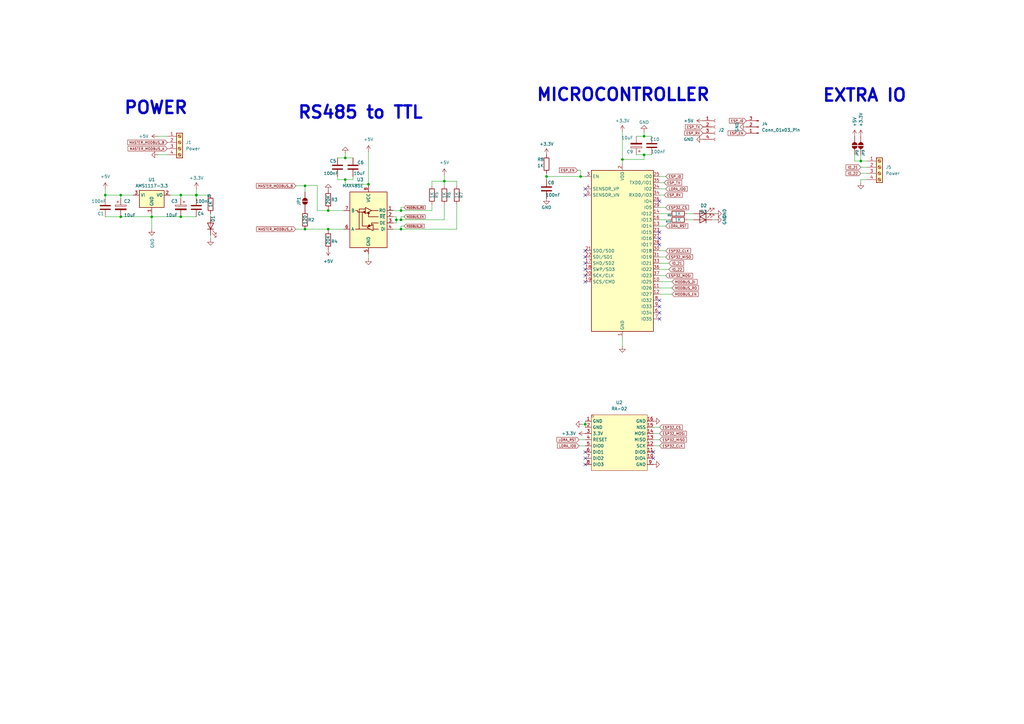
<source format=kicad_sch>
(kicad_sch (version 20231120) (generator "eeschema") (generator_version "8.0")
  (paper "A3")
  (lib_symbols
    (symbol "Connector:Conn_01x03_Pin" (pin_names (offset 1.016) hide)
      (property "Reference" "J" (at 0 5.08 0))
      (property "Value" "Conn_01x03_Pin" (at 0 -5.08 0))
      (symbol "Conn_01x03_Pin_1_1"
        (pin passive line (at 5.08 2.54 180) (length 3.81) (name "Pin_1") (number "1"))
        (pin passive line (at 5.08 0 180) (length 3.81) (name "Pin_2") (number "2"))
        (pin passive line (at 5.08 -2.54 180) (length 3.81) (name "Pin_3") (number "3"))
      )
    )
    (symbol "Connector:Conn_01x04_Socket" (pin_names (offset 1.016) hide)
      (property "Reference" "J" (at 0 5.08 0))
      (property "Value" "Conn_01x04_Socket" (at 0 -7.62 0))
      (symbol "Conn_01x04_Socket_1_1"
        (pin passive line (at -5.08 2.54 0) (length 3.81) (name "Pin_1") (number "1"))
        (pin passive line (at -5.08 0 0) (length 3.81) (name "Pin_2") (number "2"))
        (pin passive line (at -5.08 -2.54 0) (length 3.81) (name "Pin_3") (number "3"))
        (pin passive line (at -5.08 -5.08 0) (length 3.81) (name "Pin_4") (number "4"))
      )
    )
    (symbol "Connector:Screw_Terminal_01x04" (pin_names (offset 1.016) hide)
      (property "Reference" "J" (at 0 5.08 0))
      (property "Value" "Screw_Terminal_01x04" (at 0 -7.62 0))
      (symbol "Screw_Terminal_01x04_1_1"
        (pin passive line (at -5.08 2.54 0) (length 3.81) (name "Pin_1") (number "1"))
        (pin passive line (at -5.08 0 0) (length 3.81) (name "Pin_2") (number "2"))
        (pin passive line (at -5.08 -2.54 0) (length 3.81) (name "Pin_3") (number "3"))
        (pin passive line (at -5.08 -5.08 0) (length 3.81) (name "Pin_4") (number "4"))
      )
    )
    (symbol "Device:C" (pin_numbers hide) (pin_names (offset 0.254))
      (property "Reference" "C" (at 0.635 2.54 0))
      (property "Value" "C" (at 0.635 -2.54 0))
      (symbol "C_1_1"
        (pin passive line (at 0 3.81 270) (length 2.794) (name "~") (number "1"))
        (pin passive line (at 0 -3.81 90) (length 2.794) (name "~") (number "2"))
      )
    )
    (symbol "Device:C_Polarized" (pin_numbers hide) (pin_names (offset 0.254))
      (property "Reference" "C" (at 0.635 2.54 0))
      (property "Value" "C_Polarized" (at 0.635 -2.54 0))
      (symbol "C_Polarized_1_1"
        (pin passive line (at 0 3.81 270) (length 2.794) (name "~") (number "1"))
        (pin passive line (at 0 -3.81 90) (length 2.794) (name "~") (number "2"))
      )
    )
    (symbol "Device:LED" (pin_numbers hide) (pin_names (offset 1.016) hide)
      (property "Reference" "D" (at 0 2.54 0))
      (property "Value" "LED" (at 0 -2.54 0))
      (symbol "LED_1_1"
        (pin passive line (at -3.81 0 0) (length 2.54) (name "K") (number "1"))
        (pin passive line (at 3.81 0 180) (length 2.54) (name "A") (number "2"))
      )
    )
    (symbol "Device:R" (pin_numbers hide) (pin_names (offset 0))
      (property "Reference" "R" (at 2.032 0 90))
      (property "Value" "R" (at 0 0 90))
      (symbol "R_1_1"
        (pin passive line (at 0 3.81 270) (length 1.27) (name "~") (number "1"))
        (pin passive line (at 0 -3.81 90) (length 1.27) (name "~") (number "2"))
      )
    )
    (symbol "Interface_UART:MAX485E"
      (property "Reference" "U" (at -6.096 11.43 0))
      (property "Value" "MAX485E" (at 0.762 11.43 0))
      (symbol "MAX485E_1_1"
        (pin output line (at -10.16 2.54 0) (length 2.54) (name "RO") (number "1"))
        (pin input line (at -10.16 0 0) (length 2.54) (name "~{RE}") (number "2"))
        (pin input line (at -10.16 -2.54 0) (length 2.54) (name "DE") (number "3"))
        (pin input line (at -10.16 -5.08 0) (length 2.54) (name "DI") (number "4"))
        (pin power_in line (at 0 -15.24 90) (length 2.54) (name "GND") (number "5"))
        (pin bidirectional line (at 10.16 -5.08 180) (length 2.54) (name "A") (number "6"))
        (pin bidirectional line (at 10.16 2.54 180) (length 2.54) (name "B") (number "7"))
        (pin power_in line (at 0 12.7 270) (length 2.54) (name "VCC") (number "8"))
      )
    )
    (symbol "Jumper:SolderJumper_2_Open" (pin_numbers hide) (pin_names (offset 0) hide) (exclude_from_sim yes) (in_bom no)
      (property "Reference" "JP" (at 0 2.032 0))
      (property "Value" "SolderJumper_2_Open" (at 0 -2.54 0))
      (symbol "SolderJumper_2_Open_1_1"
        (pin passive line (at -3.81 0 0) (length 2.54) (name "A") (number "1"))
        (pin passive line (at 3.81 0 180) (length 2.54) (name "B") (number "2"))
      )
    )
    (symbol "RF_Module:ESP32-WROOM-32"
      (property "Reference" "U" (at -12.7 34.29 0))
      (property "Value" "ESP32-WROOM-32" (at 1.27 34.29 0))
      (symbol "ESP32-WROOM-32_1_1"
        (pin power_in line (at 0 -35.56 90) (length 2.54) (name "GND") (number "1"))
        (pin bidirectional line (at 15.24 -12.7 180) (length 2.54) (name "IO25") (number "10"))
        (pin bidirectional line (at 15.24 -15.24 180) (length 2.54) (name "IO26") (number "11"))
        (pin bidirectional line (at 15.24 -17.78 180) (length 2.54) (name "IO27") (number "12"))
        (pin bidirectional line (at 15.24 10.16 180) (length 2.54) (name "IO14") (number "13"))
        (pin bidirectional line (at 15.24 15.24 180) (length 2.54) (name "IO12") (number "14"))
        (pin passive line (at 0 -35.56 90) (length 2.54) hide (name "GND") (number "15"))
        (pin bidirectional line (at 15.24 12.7 180) (length 2.54) (name "IO13") (number "16"))
        (pin bidirectional line (at -15.24 -5.08 0) (length 2.54) (name "SHD/SD2") (number "17"))
        (pin bidirectional line (at -15.24 -7.62 0) (length 2.54) (name "SWP/SD3") (number "18"))
        (pin bidirectional line (at -15.24 -12.7 0) (length 2.54) (name "SCS/CMD") (number "19"))
        (pin power_in line (at 0 35.56 270) (length 2.54) (name "VDD") (number "2"))
        (pin bidirectional line (at -15.24 -10.16 0) (length 2.54) (name "SCK/CLK") (number "20"))
        (pin bidirectional line (at -15.24 0 0) (length 2.54) (name "SDO/SD0") (number "21"))
        (pin bidirectional line (at -15.24 -2.54 0) (length 2.54) (name "SDI/SD1") (number "22"))
        (pin bidirectional line (at 15.24 7.62 180) (length 2.54) (name "IO15") (number "23"))
        (pin bidirectional line (at 15.24 25.4 180) (length 2.54) (name "IO2") (number "24"))
        (pin bidirectional line (at 15.24 30.48 180) (length 2.54) (name "IO0") (number "25"))
        (pin bidirectional line (at 15.24 20.32 180) (length 2.54) (name "IO4") (number "26"))
        (pin bidirectional line (at 15.24 5.08 180) (length 2.54) (name "IO16") (number "27"))
        (pin bidirectional line (at 15.24 2.54 180) (length 2.54) (name "IO17") (number "28"))
        (pin bidirectional line (at 15.24 17.78 180) (length 2.54) (name "IO5") (number "29"))
        (pin input line (at -15.24 30.48 0) (length 2.54) (name "EN") (number "3"))
        (pin bidirectional line (at 15.24 0 180) (length 2.54) (name "IO18") (number "30"))
        (pin bidirectional line (at 15.24 -2.54 180) (length 2.54) (name "IO19") (number "31"))
        (pin no_connect line (at -12.7 -27.94 0) (length 2.54) hide (name "NC") (number "32"))
        (pin bidirectional line (at 15.24 -5.08 180) (length 2.54) (name "IO21") (number "33"))
        (pin bidirectional line (at 15.24 22.86 180) (length 2.54) (name "RXD0/IO3") (number "34"))
        (pin bidirectional line (at 15.24 27.94 180) (length 2.54) (name "TXD0/IO1") (number "35"))
        (pin bidirectional line (at 15.24 -7.62 180) (length 2.54) (name "IO22") (number "36"))
        (pin bidirectional line (at 15.24 -10.16 180) (length 2.54) (name "IO23") (number "37"))
        (pin passive line (at 0 -35.56 90) (length 2.54) hide (name "GND") (number "38"))
        (pin passive line (at 0 -35.56 90) (length 2.54) hide (name "GND") (number "39"))
        (pin input line (at -15.24 25.4 0) (length 2.54) (name "SENSOR_VP") (number "4"))
        (pin input line (at -15.24 22.86 0) (length 2.54) (name "SENSOR_VN") (number "5"))
        (pin input line (at 15.24 -25.4 180) (length 2.54) (name "IO34") (number "6"))
        (pin input line (at 15.24 -27.94 180) (length 2.54) (name "IO35") (number "7"))
        (pin bidirectional line (at 15.24 -20.32 180) (length 2.54) (name "IO32") (number "8"))
        (pin bidirectional line (at 15.24 -22.86 180) (length 2.54) (name "IO33") (number "9"))
      )
    )
    (symbol "Regulator_Linear:AMS1117-3.3"
      (property "Reference" "U" (at -3.81 3.175 0))
      (property "Value" "AMS1117-3.3" (at 0 3.175 0))
      (symbol "AMS1117-3.3_1_1"
        (pin power_in line (at 0 -7.62 90) (length 2.54) (name "GND") (number "1"))
        (pin power_out line (at 7.62 0 180) (length 2.54) (name "VO") (number "2"))
        (pin power_in line (at -7.62 0 0) (length 2.54) (name "VI") (number "3"))
      )
    )
    (symbol "lib:RA-02"
      (property "Reference" "U" (at 0 13.97 0))
      (property "Value" "RA-02" (at 0 -13.97 0))
      (symbol "RA-02_0_1"
        (pin unspecified line (at -13.97 8.89 0) (length 2.54) (name "GND") (number "1"))
        (pin unspecified line (at 13.97 -6.35 180) (length 2.54) (name "DIO4") (number "10"))
        (pin unspecified line (at 13.97 -3.81 180) (length 2.54) (name "DIO5") (number "11"))
        (pin unspecified line (at 13.97 -1.27 180) (length 2.54) (name "SCK") (number "12"))
        (pin unspecified line (at 13.97 1.27 180) (length 2.54) (name "MISO") (number "13"))
        (pin unspecified line (at 13.97 3.81 180) (length 2.54) (name "MOSI") (number "14"))
        (pin unspecified line (at 13.97 6.35 180) (length 2.54) (name "NSS") (number "15"))
        (pin unspecified line (at 13.97 8.89 180) (length 2.54) (name "GND") (number "16"))
        (pin unspecified line (at -13.97 6.35 0) (length 2.54) (name "GND") (number "2"))
        (pin unspecified line (at -13.97 3.81 0) (length 2.54) (name "3.3V") (number "3"))
        (pin unspecified line (at -13.97 1.27 0) (length 2.54) (name "RESET") (number "4"))
        (pin unspecified line (at -13.97 -1.27 0) (length 2.54) (name "DIO0") (number "5"))
        (pin unspecified line (at -13.97 -3.81 0) (length 2.54) (name "DIO1") (number "6"))
        (pin unspecified line (at -13.97 -6.35 0) (length 2.54) (name "DIO2") (number "7"))
        (pin unspecified line (at -13.97 -8.89 0) (length 2.54) (name "DIO3") (number "8"))
        (pin unspecified line (at 13.97 -8.89 180) (length 2.54) (name "GND") (number "9"))
      )
    )
    (symbol "power:+3.3V" (power) (pin_numbers hide) (pin_names (offset 0) hide)
      (property "Value" "+3.3V" (at 0 3.556 0))
      (symbol "+3.3V_1_1"
        (pin power_in line (at 0 0 90) (length 0) (name "~") (number "1"))
      )
    )
    (symbol "power:+5V" (power) (pin_numbers hide) (pin_names (offset 0) hide)
      (property "Value" "+5V" (at 0 3.556 0))
      (symbol "+5V_1_1"
        (pin power_in line (at 0 0 90) (length 0) (name "~") (number "1"))
      )
    )
    (symbol "power:GND" (power) (pin_numbers hide) (pin_names (offset 0) hide)
      (property "Value" "GND" (at 0 -3.81 0))
      (symbol "GND_1_1"
        (pin power_in line (at 0 0 270) (length 0) (name "~") (number "1"))
      )
    )
  )
  (junction (at 353.06 66.04))
  (junction (at 264.16 55.88))
  (junction (at 74.168 80.01))
  (junction (at 240.03 173.99))
  (junction (at 164.465 86.36))
  (junction (at 125.095 93.98))
  (junction (at 80.518 80.01))
  (junction (at 134.62 93.98))
  (junction (at 264.16 63.5))
  (junction (at 62.23 88.9))
  (junction (at 49.53 88.9))
  (junction (at 141.605 73.66))
  (junction (at 141.605 64.77))
  (junction (at 151.13 75.565))
  (junction (at 74.168 88.9))
  (junction (at 164.465 90.17))
  (junction (at 255.27 65.405))
  (junction (at 224.155 72.39))
  (junction (at 164.465 93.98))
  (junction (at 49.53 80.01))
  (junction (at 134.62 86.36))
  (junction (at 238.125 72.39))
  (junction (at 162.56 90.17))
  (junction (at 125.095 76.2306))
  (junction (at 182.245 74.295))
  (junction (at 80.5595 80.01))
  (junction (at 43.18 80.01))
  (no_connect (at 240.03 190.5))
  (no_connect (at 270.51 125.73))
  (no_connect (at 240.03 107.95))
  (no_connect (at 240.03 77.47))
  (no_connect (at 240.03 105.41))
  (no_connect (at 270.51 130.81))
  (no_connect (at 270.51 123.19))
  (no_connect (at 267.97 185.42))
  (no_connect (at 240.03 110.49))
  (no_connect (at 240.03 185.42))
  (no_connect (at 267.97 187.96))
  (no_connect (at 270.51 128.27))
  (no_connect (at 240.03 102.87))
  (no_connect (at 240.03 115.57))
  (no_connect (at 240.03 80.01))
  (no_connect (at 270.51 95.25))
  (no_connect (at 240.03 113.03))
  (no_connect (at 270.51 97.79))
  (no_connect (at 270.51 100.33))
  (no_connect (at 240.03 187.96))
  (no_connect (at 270.51 82.55))
  (wire (pts (xy 165.735 85.09) (xy 164.465 85.09)))
  (wire (pts (xy 164.465 86.36) (xy 161.29 86.36)))
  (wire (pts (xy 255.27 53.975) (xy 255.27 65.405)))
  (wire (pts (xy 80.5595 80.01) (xy 80.518 80.01)))
  (wire (pts (xy 86.36 87.63) (xy 86.36 88.9)))
  (wire (pts (xy 144.78 64.77) (xy 141.605 64.77)))
  (wire (pts (xy 138.43 73.66) (xy 138.43 72.39)))
  (wire (pts (xy 182.245 71.755) (xy 182.245 74.295)))
  (wire (pts (xy 86.36 96.52) (xy 86.36 98.044)))
  (wire (pts (xy 130.1331 76.0354) (xy 130.1331 86.36)))
  (wire (pts (xy 264.16 53.975) (xy 264.16 55.88)))
  (wire (pts (xy 238.125 69.85) (xy 238.125 72.39)))
  (wire (pts (xy 281.94 87.63) (xy 284.48 87.63)))
  (wire (pts (xy 240.03 173.99) (xy 240.03 172.72)))
  (wire (pts (xy 353.06 71.12) (xy 355.6 71.12)))
  (wire (pts (xy 164.465 90.17) (xy 162.56 90.17)))
  (wire (pts (xy 187.325 83.82) (xy 187.325 93.98)))
  (wire (pts (xy 177.165 74.295) (xy 177.165 76.2)))
  (wire (pts (xy 270.51 90.17) (xy 274.32 90.17)))
  (wire (pts (xy 151.13 62.23) (xy 151.13 75.565)))
  (wire (pts (xy 162.56 90.17) (xy 162.56 91.44)))
  (wire (pts (xy 144.78 72.39) (xy 144.78 73.66)))
  (wire (pts (xy 165.735 92.71) (xy 164.465 92.71)))
  (wire (pts (xy 141.605 73.66) (xy 138.43 73.66)))
  (wire (pts (xy 236.855 69.85) (xy 238.125 69.85)))
  (wire (pts (xy 140.97 93.98) (xy 134.62 93.98)))
  (wire (pts (xy 125.095 76.2306) (xy 125.095 78.74)))
  (wire (pts (xy 224.155 71.12) (xy 224.155 72.39)))
  (wire (pts (xy 162.56 88.9) (xy 162.56 90.17)))
  (wire (pts (xy 270.51 92.71) (xy 273.05 92.71)))
  (wire (pts (xy 255.27 65.405) (xy 255.27 67.31)))
  (wire (pts (xy 267.97 175.26) (xy 270.51 175.26)))
  (wire (pts (xy 164.465 93.98) (xy 161.29 93.98)))
  (wire (pts (xy 162.56 91.44) (xy 161.29 91.44)))
  (wire (pts (xy 237.49 182.88) (xy 240.03 182.88)))
  (wire (pts (xy 281.94 90.17) (xy 284.48 90.17)))
  (wire (pts (xy 74.168 80.01) (xy 80.518 80.01)))
  (wire (pts (xy 64.77 63.5) (xy 68.58 63.5)))
  (wire (pts (xy 273.05 72.39) (xy 270.51 72.39)))
  (wire (pts (xy 238.76 173.99) (xy 240.03 173.99)))
  (wire (pts (xy 125.095 93.98) (xy 121.285 93.98)))
  (wire (pts (xy 177.165 86.36) (xy 164.465 86.36)))
  (wire (pts (xy 267.97 177.8) (xy 270.51 177.8)))
  (wire (pts (xy 141.605 75.565) (xy 141.605 73.66)))
  (wire (pts (xy 151.13 75.565) (xy 141.605 75.565)))
  (wire (pts (xy 274.32 107.95) (xy 270.51 107.95)))
  (wire (pts (xy 270.51 102.87) (xy 273.05 102.87)))
  (wire (pts (xy 270.51 113.03) (xy 273.05 113.03)))
  (wire (pts (xy 64.77 55.88) (xy 68.58 55.88)))
  (wire (pts (xy 267.97 180.34) (xy 270.51 180.34)))
  (wire (pts (xy 151.13 75.565) (xy 151.13 76.2)))
  (wire (pts (xy 74.168 88.9) (xy 80.518 88.9)))
  (wire (pts (xy 353.06 63.5) (xy 353.06 66.04)))
  (wire (pts (xy 43.18 77.47) (xy 43.18 80.01)))
  (wire (pts (xy 260.985 55.88) (xy 264.16 55.88)))
  (wire (pts (xy 264.16 65.405) (xy 255.27 65.405)))
  (wire (pts (xy 165.735 88.9) (xy 164.465 88.9)))
  (wire (pts (xy 260.985 63.5) (xy 264.16 63.5)))
  (wire (pts (xy 134.62 93.98) (xy 125.095 93.98)))
  (wire (pts (xy 43.18 80.01) (xy 49.53 80.01)))
  (wire (pts (xy 43.18 88.9) (xy 49.53 88.9)))
  (wire (pts (xy 187.325 93.98) (xy 164.465 93.98)))
  (wire (pts (xy 74.168 88.9) (xy 62.23 88.9)))
  (wire (pts (xy 69.85 80.01) (xy 74.168 80.01)))
  (wire (pts (xy 62.23 87.63) (xy 62.23 88.9)))
  (wire (pts (xy 80.5595 77.4428) (xy 80.5595 80.01)))
  (wire (pts (xy 240.03 173.99) (xy 240.03 175.26)))
  (wire (pts (xy 224.155 72.39) (xy 224.155 73.66)))
  (wire (pts (xy 177.165 83.82) (xy 177.165 86.36)))
  (wire (pts (xy 134.62 86.36) (xy 134.62 85.725)))
  (wire (pts (xy 49.53 80.01) (xy 54.61 80.01)))
  (wire (pts (xy 141.605 62.865) (xy 141.605 64.77)))
  (wire (pts (xy 125.095 76.2306) (xy 125.095 76.0354)))
  (wire (pts (xy 292.1 87.63) (xy 293.37 87.63)))
  (wire (pts (xy 270.51 105.41) (xy 273.05 105.41)))
  (wire (pts (xy 270.51 74.93) (xy 272.415 74.93)))
  (wire (pts (xy 134.62 93.98) (xy 134.62 94.615)))
  (wire (pts (xy 80.518 80.01) (xy 80.518 81.28)))
  (wire (pts (xy 164.465 85.09) (xy 164.465 86.36)))
  (wire (pts (xy 151.13 104.14) (xy 151.13 106.045)))
  (wire (pts (xy 270.51 118.11) (xy 275.59 118.11)))
  (wire (pts (xy 125.095 76.2306) (xy 121.3452 76.2306)))
  (wire (pts (xy 270.51 115.57) (xy 275.59 115.57)))
  (wire (pts (xy 270.51 80.01) (xy 272.415 80.01)))
  (wire (pts (xy 292.1 90.17) (xy 293.37 90.17)))
  (wire (pts (xy 43.18 81.28) (xy 43.18 80.01)))
  (wire (pts (xy 270.51 120.65) (xy 275.59 120.65)))
  (wire (pts (xy 161.29 88.9) (xy 162.56 88.9)))
  (wire (pts (xy 353.06 66.04) (xy 355.6 66.04)))
  (wire (pts (xy 144.78 73.66) (xy 141.605 73.66)))
  (wire (pts (xy 255.27 138.43) (xy 255.27 141.986)))
  (wire (pts (xy 264.16 63.5) (xy 267.335 63.5)))
  (wire (pts (xy 350.52 63.5) (xy 350.52 66.04)))
  (wire (pts (xy 350.52 66.04) (xy 353.06 66.04)))
  (wire (pts (xy 164.465 92.71) (xy 164.465 93.98)))
  (wire (pts (xy 267.97 182.88) (xy 270.51 182.88)))
  (wire (pts (xy 141.605 64.77) (xy 138.43 64.77)))
  (wire (pts (xy 74.168 81.28) (xy 74.168 80.01)))
  (wire (pts (xy 182.245 74.295) (xy 177.165 74.295)))
  (wire (pts (xy 353.06 68.58) (xy 355.6 68.58)))
  (wire (pts (xy 86.36 80.01) (xy 80.5595 80.01)))
  (wire (pts (xy 187.325 74.295) (xy 182.245 74.295)))
  (wire (pts (xy 274.32 110.49) (xy 270.51 110.49)))
  (wire (pts (xy 237.49 180.34) (xy 240.03 180.34)))
  (wire (pts (xy 353.06 73.66) (xy 355.6 73.66)))
  (wire (pts (xy 264.16 55.88) (xy 267.335 55.88)))
  (wire (pts (xy 49.53 80.01) (xy 49.53 81.28)))
  (wire (pts (xy 164.465 88.9) (xy 164.465 90.17)))
  (wire (pts (xy 270.51 87.63) (xy 274.32 87.63)))
  (wire (pts (xy 140.97 86.36) (xy 134.62 86.36)))
  (wire (pts (xy 62.23 88.9) (xy 62.23 93.98)))
  (wire (pts (xy 130.1331 86.36) (xy 134.62 86.36)))
  (wire (pts (xy 125.095 76.0354) (xy 130.1331 76.0354)))
  (wire (pts (xy 270.51 85.09) (xy 273.05 85.09)))
  (wire (pts (xy 353.06 74.93) (xy 353.06 73.66)))
  (wire (pts (xy 264.16 63.5) (xy 264.16 65.405)))
  (wire (pts (xy 182.245 74.295) (xy 182.245 76.2)))
  (wire (pts (xy 238.125 72.39) (xy 240.03 72.39)))
  (wire (pts (xy 182.245 83.82) (xy 182.245 90.17)))
  (wire (pts (xy 270.51 77.47) (xy 273.05 77.47)))
  (wire (pts (xy 182.245 90.17) (xy 164.465 90.17)))
  (wire (pts (xy 224.155 72.39) (xy 238.125 72.39)))
  (wire (pts (xy 49.53 88.9) (xy 62.23 88.9)))
  (wire (pts (xy 187.325 76.2) (xy 187.325 74.295)))
  (text "EXTRA IO" (at 337.058 42.164 0) (effects (font (size 5 5) (thickness 1) (bold yes)) (justify left bottom)))
  (text "POWER" (at 50.546 47.244 0) (effects (font (size 5 5) (thickness 1) (bold yes)) (justify left bottom)))
  (text "MICROCONTROLLER" (at 219.71 41.91 0) (effects (font (size 5 5) (thickness 1) (bold yes)) (justify left bottom)))
  (text "RS485 to TTL" (at 173.863 49.149 0) (effects (font (size 5 5) (thickness 1) (bold yes)) (justify right bottom)))
  (global_label "ESP32_MOSI" (shape input) (at 270.51 177.8 0) (effects (font (size 1 1))) (property "Intersheetrefs" "${INTERSHEET_REFS}" (effects (hide yes))))
  (global_label "ESP32_MOSI" (shape input) (at 273.05 113.03 0) (effects (font (size 1 1))) (property "Intersheetrefs" "${INTERSHEET_REFS}" (effects (hide yes))))
  (global_label "LORA_RST" (shape input) (at 237.49 180.34 180) (effects (font (size 1 1))) (property "Intersheetrefs" "${INTERSHEET_REFS}" (effects (hide yes))))
  (global_label "IO_22" (shape input) (at 353.06 71.12 180) (effects (font (size 1 1))) (property "Intersheetrefs" "${INTERSHEET_REFS}" (effects (hide yes))))
  (global_label "MODBUS_RO" (shape input) (at 165.735 85.09 0) (effects (font (size 0.8 0.8))) (property "Intersheetrefs" "${INTERSHEET_REFS}" (effects (hide yes))))
  (global_label "LORA_IO0" (shape input) (at 237.49 182.88 180) (effects (font (size 1 1))) (property "Intersheetrefs" "${INTERSHEET_REFS}" (effects (hide yes))))
  (global_label "MODBUS_DI" (shape input) (at 165.735 92.71 0) (effects (font (size 0.8 0.8))) (property "Intersheetrefs" "${INTERSHEET_REFS}" (effects (hide yes))))
  (global_label "ESP_TX" (shape input) (at 272.415 74.93 0) (effects (font (size 1 1))) (property "Intersheetrefs" "${INTERSHEET_REFS}" (effects (hide yes))))
  (global_label "IO_21" (shape input) (at 274.32 107.95 0) (effects (font (size 1 1))) (property "Intersheetrefs" "${INTERSHEET_REFS}" (effects (hide yes))))
  (global_label "ESP32_MISO" (shape input) (at 273.05 105.41 0) (effects (font (size 1 1))) (property "Intersheetrefs" "${INTERSHEET_REFS}" (effects (hide yes))))
  (global_label "MASTER_MODBUS_A" (shape input) (at 121.285 93.98 180) (effects (font (size 1 1))) (property "Intersheetrefs" "${INTERSHEET_REFS}" (effects (hide yes))))
  (global_label "ESP32_MISO" (shape input) (at 270.51 180.34 0) (effects (font (size 1 1))) (property "Intersheetrefs" "${INTERSHEET_REFS}" (effects (hide yes))))
  (global_label "ESP_I0" (shape input) (at 306.07 49.53 180) (effects (font (size 1 1))) (property "Intersheetrefs" "${INTERSHEET_REFS}" (effects (hide yes))))
  (global_label "ESP32_CS" (shape input) (at 273.05 85.09 0) (effects (font (size 1 1))) (property "Intersheetrefs" "${INTERSHEET_REFS}" (effects (hide yes))))
  (global_label "MODBUS_DI" (shape input) (at 275.59 115.57 0) (effects (font (size 1 1))) (property "Intersheetrefs" "${INTERSHEET_REFS}" (effects (hide yes))))
  (global_label "ESP_I0" (shape input) (at 273.05 72.39 0) (effects (font (size 1 1))) (property "Intersheetrefs" "${INTERSHEET_REFS}" (effects (hide yes))))
  (global_label "ESP_EN" (shape input) (at 306.07 54.61 180) (effects (font (size 1 1))) (property "Intersheetrefs" "${INTERSHEET_REFS}" (effects (hide yes))))
  (global_label "ESP32_CLK" (shape input) (at 273.05 102.87 0) (effects (font (size 1 1))) (property "Intersheetrefs" "${INTERSHEET_REFS}" (effects (hide yes))))
  (global_label "IO_22" (shape input) (at 274.32 110.49 0) (effects (font (size 1 1))) (property "Intersheetrefs" "${INTERSHEET_REFS}" (effects (hide yes))))
  (global_label "ESP32_CS" (shape input) (at 270.51 175.26 0) (effects (font (size 1 1))) (property "Intersheetrefs" "${INTERSHEET_REFS}" (effects (hide yes))))
  (global_label "MASTER_MODBUS_A" (shape input) (at 68.58 60.96 180) (effects (font (size 1 1))) (property "Intersheetrefs" "${INTERSHEET_REFS}" (effects (hide yes))))
  (global_label "MODBUS_EN" (shape input) (at 275.59 120.65 0) (effects (font (size 1 1))) (property "Intersheetrefs" "${INTERSHEET_REFS}" (effects (hide yes))))
  (global_label "MODBUS_RO" (shape input) (at 275.59 118.11 0) (effects (font (size 1 1))) (property "Intersheetrefs" "${INTERSHEET_REFS}" (effects (hide yes))))
  (global_label "MASTER_MODBUS_B" (shape input) (at 121.3452 76.2306 180) (effects (font (size 1 1))) (property "Intersheetrefs" "${INTERSHEET_REFS}" (effects (hide yes))))
  (global_label "LORA_RST" (shape input) (at 273.05 92.71 0) (effects (font (size 1 1))) (property "Intersheetrefs" "${INTERSHEET_REFS}" (effects (hide yes))))
  (global_label "ESP32_CLK" (shape input) (at 270.51 182.88 0) (effects (font (size 1 1))) (property "Intersheetrefs" "${INTERSHEET_REFS}" (effects (hide yes))))
  (global_label "ESP_TX" (shape input) (at 288.29 52.07 180) (effects (font (size 1 1))) (property "Intersheetrefs" "${INTERSHEET_REFS}" (effects (hide yes))))
  (global_label "IO_21" (shape input) (at 353.06 68.58 180) (effects (font (size 1 1))) (property "Intersheetrefs" "${INTERSHEET_REFS}" (effects (hide yes))))
  (global_label "ESP_EN" (shape input) (at 236.855 69.85 180) (effects (font (size 1 1))) (property "Intersheetrefs" "${INTERSHEET_REFS}" (effects (hide yes))))
  (global_label "ESP_RX" (shape input) (at 288.29 54.61 180) (effects (font (size 1 1))) (property "Intersheetrefs" "${INTERSHEET_REFS}" (effects (hide yes))))
  (global_label "LORA_IO0" (shape input) (at 273.05 77.47 0) (effects (font (size 1 1))) (property "Intersheetrefs" "${INTERSHEET_REFS}" (effects (hide yes))))
  (global_label "MODBUS_EN" (shape input) (at 165.735 88.9 0) (effects (font (size 0.8 0.8))) (property "Intersheetrefs" "${INTERSHEET_REFS}" (effects (hide yes))))
  (global_label "ESP_RX" (shape input) (at 272.415 80.01 0) (effects (font (size 1 1))) (property "Intersheetrefs" "${INTERSHEET_REFS}" (effects (hide yes))))
  (global_label "MASTER_MODBUS_B" (shape input) (at 68.58 58.42 180) (effects (font (size 1 1))) (property "Intersheetrefs" "${INTERSHEET_REFS}" (effects (hide yes))))
  (symbol (lib_id "power:GND") (at 141.605 62.865 0) (mirror x) (unit 1)
    (property "Reference" "#PWR09" (effects (hide yes)))
    (property "Value" "GND" (effects (hide yes)))
    (property "Description" "Power symbol creates a global label with name \"GND\" , ground" (effects (hide yes)))
  )
  (symbol (lib_id "Device:LED") (at 288.29 87.63 180) (unit 1)
    (property "Reference" "D2" (at 287.274 84.328 0) (effects (justify right)))
    (property "Value" "LED" (effects (hide yes)))
    (property "Footprint" "LED_SMD:LED_0805_2012Metric_Pad1.15x1.40mm_HandSolder" (effects (hide yes)))
    (property "LCSC" "C2297" (effects (hide yes)))
    (property "Order  Status" "Ordered" (effects (hide yes)))
    (property "Order Link" "https://shopee.ph/SMD-0805-1206-Led-Set-Kit-5-Colors-X20pcs-100pcs-Red-Green-Blue-Yellow-White-LED-Light-Diode-Free-Shipping!-KIT-i.487295469.12008658147?sp_atk=bddc83f1-a0ad-45bc-9eeb-fab376d6480c&xptdk=bddc83f1-a0ad-45bc-9eeb-fab376d6480c" (effects (hide yes)))
  )
  (symbol (lib_id "Device:R") (at 278.13 87.63 90) (unit 1)
    (property "Reference" "R9" (at 275.336 88.392 90) (effects (font (size 0.762 0.762)) (justify left)))
    (property "Value" "1K" (at 279.4 87.63 90) (effects (justify left)))
    (property "Footprint" "Resistor_SMD:R_0603_1608Metric_Pad0.98x0.95mm_HandSolder" (effects (hide yes)))
    (property "LCSC" "C21190" (effects (hide yes)))
    (property "Order  Status" "Ordered" (effects (hide yes)))
    (property "Order Link" "https://shopee.ph/100pcs-0603-SMD-1-8W-chip-resistor-resistors-0-ohm-~-10M-0R-1K-4.7K-4K7-10K-100K-1-10-100-220-330-ohm-0R-1R-10R-100R-220R-330R-electronic-component-i.1274879578.26101945401?sp_atk=a238357b-041a-4ed0-b33c-ff60b12244f9&xptdk=a238357b-041a-4ed0-b33c-ff60b12244f9" (effects (hide yes)))
  )
  (symbol (lib_id "Device:R") (at 187.325 80.01 0) (mirror x) (unit 1)
    (property "Reference" "R7" (at 189.23 80.01 90))
    (property "Value" "1K" (at 187.325 80.01 90))
    (property "Footprint" "Resistor_SMD:R_0603_1608Metric_Pad0.98x0.95mm_HandSolder" (effects (hide yes)))
    (property "LCSC" "C21190" (effects (hide yes)))
    (property "Order  Status" "Ordered" (effects (hide yes)))
    (property "Order Link" "https://shopee.ph/100pcs-0603-SMD-1-8W-chip-resistor-resistors-0-ohm-~-10M-0R-1K-4.7K-4K7-10K-100K-1-10-100-220-330-ohm-0R-1R-10R-100R-220R-330R-electronic-component-i.1274879578.26101945401?sp_atk=a238357b-041a-4ed0-b33c-ff60b12244f9&xptdk=a238357b-041a-4ed0-b33c-ff60b12244f9" (effects (hide yes)))
  )
  (symbol (lib_id "Device:C") (at 267.335 59.69 180) (unit 1)
    (property "Reference" "C10" (at 270.51 57.15 0) (effects (justify left)))
    (property "Value" "100nF" (at 273.05 62.23 0) (effects (justify left)))
    (property "Footprint" "Capacitor_SMD:C_0805_2012Metric_Pad1.18x1.45mm_HandSolder" (effects (hide yes)))
    (property "LCSC" " C60474" (effects (hide yes)))
    (property "Order  Status" "Ordered" (effects (hide yes)))
    (property "Order Link" "https://shopee.ph/500pcs-0805-Chip-Capacitors-SMD-22P-100P-102K1NF-103K-10NF-104K-0.1UF-i.1172373435.24160699467?sp_atk=628b2bb1-ae8b-4207-8fc9-beb5da2c166c&xptdk=628b2bb1-ae8b-4207-8fc9-beb5da2c166c" (effects (hide yes)))
  )
  (symbol (lib_id "power:GND") (at 353.06 74.93 0) (unit 1)
    (property "Reference" "#PWR033" (effects (hide yes)))
    (property "Value" "GND" (effects (hide yes)))
    (property "Description" "Power symbol creates a global label with name \"GND\" , ground" (effects (hide yes)))
  )
  (symbol (lib_id "Device:R") (at 177.165 80.01 0) (mirror x) (unit 1)
    (property "Reference" "R5" (at 179.07 80.01 90))
    (property "Value" "1K" (at 177.165 80.01 90))
    (property "Footprint" "Resistor_SMD:R_0603_1608Metric_Pad0.98x0.95mm_HandSolder" (effects (hide yes)))
    (property "LCSC" "C21190" (effects (hide yes)))
    (property "Order  Status" "Ordered" (effects (hide yes)))
    (property "Order Link" "https://shopee.ph/100pcs-0603-SMD-1-8W-chip-resistor-resistors-0-ohm-~-10M-0R-1K-4.7K-4K7-10K-100K-1-10-100-220-330-ohm-0R-1R-10R-100R-220R-330R-electronic-component-i.1274879578.26101945401?sp_atk=a238357b-041a-4ed0-b33c-ff60b12244f9&xptdk=a238357b-041a-4ed0-b33c-ff60b12244f9" (effects (hide yes)))
  )
  (symbol (lib_id "power:+5V") (at 43.18 77.47 0) (unit 1)
    (property "Reference" "#PWR01" (effects (hide yes)))
    (property "Value" "+5V" (at 43.18 72.39 0))
    (property "Description" "Power symbol creates a global label with name \"+5V\"" (effects (hide yes)))
  )
  (symbol (lib_id "Device:C_Polarized") (at 49.53 85.09 0) (unit 1)
    (property "Reference" "C2" (at 50.8 82.55 0) (effects (justify left)))
    (property "Value" "10uF" (at 50.8 88.265 0) (effects (justify left)))
    (property "Footprint" "Capacitor_SMD:C_0805_2012Metric_Pad1.18x1.45mm_HandSolder" (effects (hide yes)))
    (property "LCSC" "C15850" (effects (hide yes)))
    (property "Order  Status" "Ordered" (effects (hide yes)))
    (property "Order Link" "https://shopee.ph/500pcs-0805-Chip-Capacitors-SMD-22P-100P-102K1NF-103K-10NF-104K-0.1UF-i.1172373435.24160699467?sp_atk=628b2bb1-ae8b-4207-8fc9-beb5da2c166c&xptdk=628b2bb1-ae8b-4207-8fc9-beb5da2c166c" (effects (hide yes)))
  )
  (symbol (lib_id "Connector:Screw_Terminal_01x04") (at 360.68 68.58 0) (unit 1)
    (property "Reference" "J5" (at 363.22 68.5799 0) (effects (justify left)))
    (property "Value" "Power" (at 363.22 71.1199 0) (effects (justify left)))
    (property "Footprint" "TerminalBlock_Phoenix:TerminalBlock_Phoenix_MKDS-1,5-4-5.08_1x04_P5.08mm_Horizontal" (effects (hide yes)))
    (property "Description" "Generic screw terminal, single row, 01x04, script generated (kicad-library-utils/schlib/autogen/connector/)" (effects (hide yes)))
    (property "Order  Status" "Ordered" (effects (hide yes)))
    (property "Order Link" "https://shopee.ph/5Set-JST-XH2.54-XH-2.54mm-Wire-Cable-Connector-2-3-4-5-6-7-8-9-10-Pin-Pitch-Male-Female-Plug-Socket-200MM-26AWG-i.487295469.15877445498?sp_atk=db88d7e0-9071-4b8f-829f-bc9dba5531ce&xptdk=db88d7e0-9071-4b8f-829f-bc9dba5531ce" (effects (hide yes)))
  )
  (symbol (lib_id "power:GND") (at 267.97 172.72 90) (unit 1)
    (property "Reference" "#PWR042" (effects (hide yes)))
    (property "Value" "GND" (effects (hide yes)))
    (property "Description" "Power symbol creates a global label with name \"GND\" , ground" (effects (hide yes)))
  )
  (symbol (lib_id "power:GND") (at 293.37 87.63 90) (unit 1)
    (property "Reference" "#PWR023" (effects (hide yes)))
    (property "Value" "GND" (at 297.18 87.63 0))
    (property "Description" "Power symbol creates a global label with name \"GND\" , ground" (effects (hide yes)))
  )
  (symbol (lib_id "Device:R") (at 125.095 90.17 0) (mirror x) (unit 1)
    (property "Reference" "R2" (at 127.635 90.17 0))
    (property "Value" "120" (at 125.095 90.17 90))
    (property "Footprint" "Resistor_SMD:R_0805_2012Metric_Pad1.20x1.40mm_HandSolder" (effects (hide yes)))
    (property "LCSC" "C2907224" (effects (hide yes)))
    (property "Order  Status" "Ordered" (effects (hide yes)))
    (property "Order Link" "https://shopee.ph/4250PCS-8500PCS-8850PCS-0201-0402-0603-0805-1206-Resistor-Sample-Book-ibuw-5-SMD-Assorted-Kit-10K-100K-1K-1R-100R-220R-i.787462331.17472815647?sp_atk=9d6cbe05-d7f8-459d-97a4-08d0e3379d5f&xptdk=9d6cbe05-d7f8-459d-97a4-08d0e3379d5f" (effects (hide yes)))
  )
  (symbol (lib_id "power:GND") (at 238.76 173.99 270) (unit 1)
    (property "Reference" "#PWR041" (effects (hide yes)))
    (property "Value" "GND" (effects (hide yes)))
    (property "Description" "Power symbol creates a global label with name \"GND\" , ground" (effects (hide yes)))
  )
  (symbol (lib_id "Device:R") (at 224.155 67.31 0) (unit 1)
    (property "Reference" "R8" (at 220.345 65.405 0) (effects (justify left)))
    (property "Value" "1K" (at 220.345 67.945 0) (effects (justify left)))
    (property "Footprint" "Resistor_SMD:R_0603_1608Metric_Pad0.98x0.95mm_HandSolder" (effects (hide yes)))
    (property "LCSC" "C21190" (effects (hide yes)))
    (property "Order  Status" "Ordered" (effects (hide yes)))
    (property "Order Link" "https://shopee.ph/100pcs-0603-SMD-1-8W-chip-resistor-resistors-0-ohm-~-10M-0R-1K-4.7K-4K7-10K-100K-1-10-100-220-330-ohm-0R-1R-10R-100R-220R-330R-electronic-component-i.1274879578.26101945401?sp_atk=a238357b-041a-4ed0-b33c-ff60b12244f9&xptdk=a238357b-041a-4ed0-b33c-ff60b12244f9" (effects (hide yes)))
  )
  (symbol (lib_id "power:+5V") (at 288.29 49.53 90) (unit 1)
    (property "Reference" "#PWR019" (effects (hide yes)))
    (property "Value" "+5V" (at 284.48 49.5299 90) (effects (justify left)))
    (property "Description" "Power symbol creates a global label with name \"+5V\"" (effects (hide yes)))
  )
  (symbol (lib_id "power:GND") (at 134.62 78.105 0) (mirror x) (unit 1)
    (property "Reference" "#PWR07" (effects (hide yes)))
    (property "Value" "GND" (effects (hide yes)))
    (property "Description" "Power symbol creates a global label with name \"GND\" , ground" (effects (hide yes)))
  )
  (symbol (lib_id "RF_Module:ESP32-WROOM-32") (at 255.27 102.87 0) (unit 1)
    (property "Reference" "U4" (effects (hide yes)))
    (property "Value" "ESP32-WROOM-32" (effects (hide yes)))
    (property "Footprint" "RF_Module:ESP32-WROOM-32U" (effects (hide yes)))
    (property "Datasheet" "https://www.espressif.com/sites/default/files/documentation/esp32-wroom-32_datasheet_en.pdf" (effects (hide yes)))
    (property "LCSC" "C529577" (effects (hide yes)))
    (property "Order  Status" "Ordered" (effects (hide yes)))
    (property "Order Link" "https://shopee.ph/ESP-32S-ESP-WROOM-32-ESP32-ESP-32-Bluetooth-and-WIFI-Dual-Core-CPU-with-Low-Power-Consumption-MCU-ESP-32-i.1137847711.26603748884?sp_atk=af4bddd8-a397-480d-94f2-07ac69fe3b4e&xptdk=af4bddd8-a397-480d-94f2-07ac69fe3b4e" (effects (hide yes)))
  )
  (symbol (lib_id "Device:LED") (at 288.29 90.17 180) (unit 1)
    (property "Reference" "D3" (at 287.274 86.868 0) (effects (justify right)))
    (property "Value" "LED" (effects (hide yes)))
    (property "Footprint" "LED_SMD:LED_0805_2012Metric_Pad1.15x1.40mm_HandSolder" (effects (hide yes)))
    (property "LCSC" "C2297" (effects (hide yes)))
    (property "Order  Status" "Ordered" (effects (hide yes)))
    (property "Order Link" "https://shopee.ph/SMD-0805-1206-Led-Set-Kit-5-Colors-X20pcs-100pcs-Red-Green-Blue-Yellow-White-LED-Light-Diode-Free-Shipping!-KIT-i.487295469.12008658147?sp_atk=bddc83f1-a0ad-45bc-9eeb-fab376d6480c&xptdk=bddc83f1-a0ad-45bc-9eeb-fab376d6480c" (effects (hide yes)))
  )
  (symbol (lib_id "Device:R") (at 134.62 81.915 0) (mirror x) (unit 1)
    (property "Reference" "R3" (at 137.16 81.915 0))
    (property "Value" "20K" (at 134.62 81.915 90))
    (property "Footprint" "Resistor_SMD:R_0805_2012Metric_Pad1.20x1.40mm_HandSolder" (effects (hide yes)))
    (property "LCSC" "C163978" (effects (hide yes)))
    (property "Order  Status" "Ordered" (effects (hide yes)))
    (property "Order Link" "https://shopee.ph/4250PCS-8500PCS-8850PCS-0201-0402-0603-0805-1206-Resistor-Sample-Book-ibuw-5-SMD-Assorted-Kit-10K-100K-1K-1R-100R-220R-i.787462331.17472815647?sp_atk=9d6cbe05-d7f8-459d-97a4-08d0e3379d5f&xptdk=9d6cbe05-d7f8-459d-97a4-08d0e3379d5f" (effects (hide yes)))
  )
  (symbol (lib_id "power:GND") (at 64.77 63.5 270) (unit 1)
    (property "Reference" "#PWR04" (effects (hide yes)))
    (property "Value" "GND" (effects (hide yes)))
    (property "Description" "Power symbol creates a global label with name \"GND\" , ground" (effects (hide yes)))
  )
  (symbol (lib_id "Device:C") (at 144.78 68.58 0) (mirror y) (unit 1)
    (property "Reference" "C6" (at 149.225 66.675 0) (effects (justify left)))
    (property "Value" "10uF" (at 149.86 71.12 0) (effects (justify left)))
    (property "Footprint" "Capacitor_SMD:C_0805_2012Metric_Pad1.18x1.45mm_HandSolder" (effects (hide yes)))
    (property "LCSC" "C15850" (effects (hide yes)))
    (property "Order  Status" "Ordered" (effects (hide yes)))
    (property "Order Link" "https://shopee.ph/500pcs-0805-Chip-Capacitors-SMD-22P-100P-102K1NF-103K-10NF-104K-0.1UF-i.1172373435.24160699467?sp_atk=628b2bb1-ae8b-4207-8fc9-beb5da2c166c&xptdk=628b2bb1-ae8b-4207-8fc9-beb5da2c166c" (effects (hide yes)))
  )
  (symbol (lib_id "power:GND") (at 267.97 190.5 90) (unit 1)
    (property "Reference" "#PWR044" (effects (hide yes)))
    (property "Value" "GND" (effects (hide yes)))
    (property "Description" "Power symbol creates a global label with name \"GND\" , ground" (effects (hide yes)))
  )
  (symbol (lib_id "power:+3.3V") (at 353.06 55.88 0) (unit 1)
    (property "Reference" "#PWR032" (effects (hide yes)))
    (property "Value" "+3.3V" (at 353.0601 52.07 90) (effects (justify left)))
  )
  (symbol (lib_id "Device:R") (at 278.13 90.17 90) (unit 1)
    (property "Reference" "R10" (at 275.336 90.932 90) (effects (font (size 0.762 0.762)) (justify left)))
    (property "Value" "1K" (at 279.4 90.17 90) (effects (justify left)))
    (property "Footprint" "Resistor_SMD:R_0603_1608Metric_Pad0.98x0.95mm_HandSolder" (effects (hide yes)))
    (property "LCSC" "C21190" (effects (hide yes)))
    (property "Order  Status" "Ordered" (effects (hide yes)))
    (property "Order Link" "https://shopee.ph/100pcs-0603-SMD-1-8W-chip-resistor-resistors-0-ohm-~-10M-0R-1K-4.7K-4K7-10K-100K-1-10-100-220-330-ohm-0R-1R-10R-100R-220R-330R-electronic-component-i.1274879578.26101945401?sp_atk=a238357b-041a-4ed0-b33c-ff60b12244f9&xptdk=a238357b-041a-4ed0-b33c-ff60b12244f9" (effects (hide yes)))
  )
  (symbol (lib_id "power:GND") (at 62.23 93.98 0) (unit 1)
    (property "Reference" "#PWR02" (effects (hide yes)))
    (property "Value" "GND" (at 62.484 99.822 90))
    (property "Description" "Power symbol creates a global label with name \"GND\" , ground" (effects (hide yes)))
  )
  (symbol (lib_id "power:GND") (at 293.37 90.17 90) (unit 1)
    (property "Reference" "#PWR024" (effects (hide yes)))
    (property "Value" "GND" (at 297.18 90.17 0))
    (property "Description" "Power symbol creates a global label with name \"GND\" , ground" (effects (hide yes)))
  )
  (symbol (lib_id "Connector:Conn_01x04_Socket") (at 293.37 52.07 0) (unit 1)
    (property "Reference" "J2" (at 294.64 53.3399 0) (effects (justify left)))
    (property "Footprint" "Connector_PinHeader_2.54mm:PinHeader_1x04_P2.54mm_Vertical" (effects (hide yes)))
    (property "Description" "Generic connector, single row, 01x04, script generated" (effects (hide yes)))
    (property "Order  Status" "Ordered" (effects (hide yes)))
  )
  (symbol (lib_id "Device:R") (at 134.62 98.425 0) (mirror x) (unit 1)
    (property "Reference" "R4" (at 137.16 99.06 0))
    (property "Value" "20K" (at 134.62 98.425 90))
    (property "Footprint" "Resistor_SMD:R_0805_2012Metric_Pad1.20x1.40mm_HandSolder" (effects (hide yes)))
    (property "LCSC" "C163978" (effects (hide yes)))
    (property "Order  Status" "Ordered" (effects (hide yes)))
    (property "Order Link" "https://shopee.ph/4250PCS-8500PCS-8850PCS-0201-0402-0603-0805-1206-Resistor-Sample-Book-ibuw-5-SMD-Assorted-Kit-10K-100K-1K-1R-100R-220R-i.787462331.17472815647?sp_atk=9d6cbe05-d7f8-459d-97a4-08d0e3379d5f&xptdk=9d6cbe05-d7f8-459d-97a4-08d0e3379d5f" (effects (hide yes)))
  )
  (symbol (lib_id "power:+5V") (at 64.77 55.88 90) (unit 1)
    (property "Reference" "#PWR03" (effects (hide yes)))
    (property "Value" "+5V" (at 60.96 55.8799 90) (effects (justify left)))
    (property "Description" "Power symbol creates a global label with name \"+5V\"" (effects (hide yes)))
  )
  (symbol (lib_id "Connector:Screw_Terminal_01x04") (at 73.66 58.42 0) (unit 1)
    (property "Reference" "J1" (at 76.2 58.4199 0) (effects (justify left)))
    (property "Value" "Power" (at 76.2 60.9599 0) (effects (justify left)))
    (property "Footprint" "TerminalBlock_Phoenix:TerminalBlock_Phoenix_MKDS-1,5-4-5.08_1x04_P5.08mm_Horizontal" (effects (hide yes)))
    (property "Description" "Generic screw terminal, single row, 01x04, script generated (kicad-library-utils/schlib/autogen/connector/)" (effects (hide yes)))
    (property "Order  Status" "Ordered" (effects (hide yes)))
    (property "Order Link" "https://shopee.ph/5Set-JST-XH2.54-XH-2.54mm-Wire-Cable-Connector-2-3-4-5-6-7-8-9-10-Pin-Pitch-Male-Female-Plug-Socket-200MM-26AWG-i.487295469.15877445498?sp_atk=db88d7e0-9071-4b8f-829f-bc9dba5531ce&xptdk=db88d7e0-9071-4b8f-829f-bc9dba5531ce" (effects (hide yes)))
  )
  (symbol (lib_id "power:GND") (at 86.36 98.044 0) (unit 1)
    (property "Reference" "#PWR06" (effects (hide yes)))
    (property "Value" "GND" (effects (hide yes)))
    (property "Description" "Power symbol creates a global label with name \"GND\" , ground" (effects (hide yes)))
  )
  (symbol (lib_id "power:GND") (at 288.29 57.15 270) (unit 1)
    (property "Reference" "#PWR020" (effects (hide yes)))
    (property "Value" "GND" (at 282.448 57.15 90))
    (property "Description" "Power symbol creates a global label with name \"GND\" , ground" (effects (hide yes)))
  )
  (symbol (lib_id "Device:R") (at 182.245 80.01 0) (mirror x) (unit 1)
    (property "Reference" "R6" (at 184.15 80.01 90))
    (property "Value" "1K" (at 182.245 80.01 90))
    (property "Footprint" "Resistor_SMD:R_0603_1608Metric_Pad0.98x0.95mm_HandSolder" (effects (hide yes)))
    (property "LCSC" "C21190" (effects (hide yes)))
    (property "Order  Status" "Ordered" (effects (hide yes)))
    (property "Order Link" "https://shopee.ph/100pcs-0603-SMD-1-8W-chip-resistor-resistors-0-ohm-~-10M-0R-1K-4.7K-4K7-10K-100K-1-10-100-220-330-ohm-0R-1R-10R-100R-220R-330R-electronic-component-i.1274879578.26101945401?sp_atk=a238357b-041a-4ed0-b33c-ff60b12244f9&xptdk=a238357b-041a-4ed0-b33c-ff60b12244f9" (effects (hide yes)))
  )
  (symbol (lib_id "Jumper:SolderJumper_2_Open") (at 350.52 59.69 90) (unit 1) (exclude_from_sim yes) (in_bom no)
    (property "Reference" "JP2" (at 351.536 62.738 0) (effects (font (size 0.889 0.889))))
    (property "Value" "SolderJumper_2_Open" (effects (hide yes)))
    (property "Footprint" "Jumper:SolderJumper-2_P1.3mm_Open_Pad1.0x1.5mm" (effects (hide yes)))
    (property "Description" "Solder Jumper, 2-pole, open" (effects (hide yes)))
    (property "Order  Status" "Ordered" (effects (hide yes)))
  )
  (symbol (lib_id "Device:C") (at 138.43 68.58 0) (mirror x) (unit 1)
    (property "Reference" "C5" (at 135.255 66.04 0) (effects (justify left)))
    (property "Value" "100nF" (at 132.715 71.12 0) (effects (justify left)))
    (property "Footprint" "Capacitor_SMD:C_0805_2012Metric_Pad1.18x1.45mm_HandSolder" (effects (hide yes)))
    (property "LCSC" " C60474" (effects (hide yes)))
    (property "Order  Status" "Ordered" (effects (hide yes)))
    (property "Order Link" "https://shopee.ph/500pcs-0805-Chip-Capacitors-SMD-22P-100P-102K1NF-103K-10NF-104K-0.1UF-i.1172373435.24160699467?sp_atk=628b2bb1-ae8b-4207-8fc9-beb5da2c166c&xptdk=628b2bb1-ae8b-4207-8fc9-beb5da2c166c" (effects (hide yes)))
  )
  (symbol (lib_id "power:GND") (at 224.155 81.28 0) (unit 1)
    (property "Reference" "#PWR015" (effects (hide yes)))
    (property "Value" "GND" (at 224.155 85.09 0))
    (property "Description" "Power symbol creates a global label with name \"GND\" , ground" (effects (hide yes)))
  )
  (symbol (lib_id "power:GND") (at 306.07 52.07 270) (unit 1)
    (property "Reference" "#PWR021" (effects (hide yes)))
    (property "Value" "GND" (at 302.26 52.07 0))
    (property "Description" "Power symbol creates a global label with name \"GND\" , ground" (effects (hide yes)))
  )
  (symbol (lib_id "Device:C") (at 224.155 77.47 180) (unit 1)
    (property "Reference" "C8" (at 227.33 74.93 0) (effects (justify left)))
    (property "Value" "100nF" (at 229.87 80.01 0) (effects (justify left)))
    (property "Footprint" "Capacitor_SMD:C_0805_2012Metric_Pad1.18x1.45mm_HandSolder" (effects (hide yes)))
    (property "LCSC" " C60474" (effects (hide yes)))
    (property "Order  Status" "Ordered" (effects (hide yes)))
    (property "Order Link" "https://shopee.ph/500pcs-0805-Chip-Capacitors-SMD-22P-100P-102K1NF-103K-10NF-104K-0.1UF-i.1172373435.24160699467?sp_atk=628b2bb1-ae8b-4207-8fc9-beb5da2c166c&xptdk=628b2bb1-ae8b-4207-8fc9-beb5da2c166c" (effects (hide yes)))
  )
  (symbol (lib_id "power:GND") (at 264.16 53.975 180) (unit 1)
    (property "Reference" "#PWR018" (effects (hide yes)))
    (property "Value" "GND" (at 264.16 50.165 0))
    (property "Description" "Power symbol creates a global label with name \"GND\" , ground" (effects (hide yes)))
  )
  (symbol (lib_id "power:+5V") (at 182.245 71.755 0) (mirror y) (unit 1)
    (property "Reference" "#PWR012" (effects (hide yes)))
    (property "Value" "+5V" (at 182.245 66.675 0))
    (property "Description" "Power symbol creates a global label with name \"+5V\"" (effects (hide yes)))
  )
  (symbol (lib_id "power:+5V") (at 134.62 102.235 0) (mirror x) (unit 1)
    (property "Reference" "#PWR08" (effects (hide yes)))
    (property "Value" "+5V" (at 134.62 107.1608 0))
    (property "Description" "Power symbol creates a global label with name \"+5V\"" (effects (hide yes)))
  )
  (symbol (lib_id "Device:C_Polarized") (at 260.985 59.69 180) (unit 1)
    (property "Reference" "C9" (at 259.715 62.23 0) (effects (justify left)))
    (property "Value" "10uF" (at 259.715 56.515 0) (effects (justify left)))
    (property "Footprint" "Capacitor_SMD:C_0805_2012Metric_Pad1.18x1.45mm_HandSolder" (effects (hide yes)))
    (property "LCSC" "C15850" (effects (hide yes)))
    (property "Order  Status" "Ordered" (effects (hide yes)))
    (property "Order Link" "https://shopee.ph/500pcs-0805-Chip-Capacitors-SMD-22P-100P-102K1NF-103K-10NF-104K-0.1UF-i.1172373435.24160699467?sp_atk=628b2bb1-ae8b-4207-8fc9-beb5da2c166c&xptdk=628b2bb1-ae8b-4207-8fc9-beb5da2c166c" (effects (hide yes)))
  )
  (symbol (lib_id "Device:C") (at 43.18 85.09 0) (unit 1)
    (property "Reference" "C1" (at 40.005 87.63 0) (effects (justify left)))
    (property "Value" "100nF" (at 37.465 82.55 0) (effects (justify left)))
    (property "Footprint" "Capacitor_SMD:C_0805_2012Metric_Pad1.18x1.45mm_HandSolder" (effects (hide yes)))
    (property "LCSC" " C60474" (effects (hide yes)))
    (property "Order  Status" "Ordered" (effects (hide yes)))
    (property "Order Link" "https://shopee.ph/500pcs-0805-Chip-Capacitors-SMD-22P-100P-102K1NF-103K-10NF-104K-0.1UF-i.1172373435.24160699467?sp_atk=628b2bb1-ae8b-4207-8fc9-beb5da2c166c&xptdk=628b2bb1-ae8b-4207-8fc9-beb5da2c166c" (effects (hide yes)))
  )
  (symbol (lib_id "power:+3.3V") (at 224.155 63.5 0) (unit 1)
    (property "Reference" "#PWR014" (effects (hide yes)))
    (property "Value" "+3.3V" (at 224.155 59.055 0))
  )
  (symbol (lib_id "Regulator_Linear:AMS1117-3.3") (at 62.23 80.01 0) (unit 1)
    (property "Reference" "U1" (at 62.23 73.66 0))
    (property "Value" "AMS1117-3.3" (at 62.23 76.2 0))
    (property "Footprint" "Package_TO_SOT_SMD:SOT-223-3_TabPin2" (effects (hide yes)))
    (property "Datasheet" "http://www.advanced-monolithic.com/pdf/ds1117.pdf" (effects (hide yes)))
    (property "Description" "1A Low Dropout regulator, positive, 3.3V fixed output, SOT-223" (effects (hide yes)))
    (property "Order Link" "https://shopee.ph/20-50Pcs-7Values-AMS1117-Series-1A-Low-Dropout-Voltage-Regulator-AMS1117-3.3-AMS1117-5.0-1.2V-1.5V-1.8V-2.5V-3.3V-5V-ADJ-SOT-223-i.1018859629.20591391848?sp_atk=a348956d-fa9f-4fcb-a9ba-4c407fc1af07&xptdk=a348956d-fa9f-4fcb-a9ba-4c407fc1af07" (effects (hide yes)))
    (property "Order  Status" "Ordered" (effects (hide yes)))
  )
  (symbol (lib_id "Connector:Conn_01x03_Pin") (at 311.15 52.07 180) (unit 1)
    (property "Reference" "J4" (at 312.42 50.7999 0) (effects (justify right)))
    (property "Value" "Conn_01x03_Pin" (at 312.42 53.3399 0) (effects (justify right)))
    (property "Footprint" "Connector_PinHeader_2.54mm:PinHeader_1x03_P2.54mm_Vertical" (effects (hide yes)))
    (property "Description" "Generic connector, single row, 01x03, script generated" (effects (hide yes)))
  )
  (symbol (lib_id "Jumper:SolderJumper_2_Open") (at 353.06 59.69 90) (unit 1) (exclude_from_sim yes) (in_bom no)
    (property "Reference" "JP3" (at 354.076 62.738 0) (effects (font (size 0.889 0.889))))
    (property "Value" "SolderJumper_2_Open" (effects (hide yes)))
    (property "Footprint" "Jumper:SolderJumper-2_P1.3mm_Open_Pad1.0x1.5mm" (effects (hide yes)))
    (property "Description" "Solder Jumper, 2-pole, open" (effects (hide yes)))
    (property "Order  Status" "Ordered" (effects (hide yes)))
  )
  (symbol (lib_id "power:GND") (at 255.27 141.986 0) (unit 1)
    (property "Reference" "#PWR017" (effects (hide yes)))
    (property "Value" "GND" (effects (hide yes)))
    (property "Description" "Power symbol creates a global label with name \"GND\" , ground" (effects (hide yes)))
  )
  (symbol (lib_id "Device:C_Polarized") (at 74.168 85.09 0) (mirror y) (unit 1)
    (property "Reference" "C3" (at 72.898 82.55 0) (effects (justify left)))
    (property "Value" "10uF" (at 72.898 88.265 0) (effects (justify left)))
    (property "Footprint" "Capacitor_SMD:C_0805_2012Metric_Pad1.18x1.45mm_HandSolder" (effects (hide yes)))
    (property "LCSC" "C15850" (effects (hide yes)))
    (property "Order  Status" "Ordered" (effects (hide yes)))
    (property "Order Link" "https://shopee.ph/500pcs-0805-Chip-Capacitors-SMD-22P-100P-102K1NF-103K-10NF-104K-0.1UF-i.1172373435.24160699467?sp_atk=628b2bb1-ae8b-4207-8fc9-beb5da2c166c&xptdk=628b2bb1-ae8b-4207-8fc9-beb5da2c166c" (effects (hide yes)))
  )
  (symbol (lib_id "power:+3.3V") (at 240.03 177.8 90) (unit 1)
    (property "Reference" "#PWR043" (effects (hide yes)))
    (property "Value" "+3.3V" (at 236.22 177.7999 90) (effects (justify left)))
  )
  (symbol (lib_id "power:GND") (at 151.13 106.045 0) (mirror y) (unit 1)
    (property "Reference" "#PWR011" (effects (hide yes)))
    (property "Value" "GND" (effects (hide yes)))
    (property "Description" "Power symbol creates a global label with name \"GND\" , ground" (effects (hide yes)))
  )
  (symbol (lib_id "lib:RA-02") (at 254 181.61 0) (unit 1)
    (property "Reference" "U2" (at 254 165.1 0))
    (property "Value" "RA-02" (at 254 167.64 0))
    (property "Footprint" "lib:WIRELM-SMD_RA-02-BL" (effects (hide yes)))
    (property "Datasheet" "https://lcsc.com/product-detail/Wireless-Modules_SX1278LoRaWireless-Modules-Long10KM-433_C90039.html" (effects (hide yes)))
    (property "LCSC Part" "C90039" (effects (hide yes)))
    (property "Order Link" "https://shopee.ph/SX1278-LoRa-Module-Ra-01Ra-02-LoRa-Spread-Spectrum-Wireless-Transmit-Module-433MHZ-SPI-DIP-Translator-Ra-01-Ra-02-For-Smart-Home-i.56540719.16076446475?xptdk=de1d8bcc-1d3a-4d21-8927-ae6621b5d352" (effects (hide yes)))
  )
  (symbol (lib_id "power:+5V") (at 350.52 55.88 0) (unit 1)
    (property "Reference" "#PWR030" (effects (hide yes)))
    (property "Value" "+5V" (at 350.5201 52.07 90) (effects (justify left)))
    (property "Description" "Power symbol creates a global label with name \"+5V\"" (effects (hide yes)))
  )
  (symbol (lib_id "power:+3.3V") (at 255.27 53.975 0) (unit 1)
    (property "Reference" "#PWR016" (effects (hide yes)))
    (property "Value" "+3.3V" (at 255.27 49.53 0))
  )
  (symbol (lib_id "Interface_UART:MAX485E") (at 151.13 88.9 0) (mirror y) (unit 1)
    (property "Reference" "U3" (at 149.1106 73.66 0) (effects (justify left)))
    (property "Value" "MAX485E" (at 149.1106 76.2 0) (effects (justify left)))
    (property "Footprint" "Package_SO:SOP-8_3.9x4.9mm_P1.27mm" (effects (hide yes)))
    (property "Datasheet" "https://datasheets.maximintegrated.com/en/ds/MAX1487E-MAX491E.pdf" (effects (hide yes)))
    (property "LCSC" "C481667" (effects (hide yes)))
    (property "Order  Status" "Ordered" (effects (hide yes)))
    (property "Order Link" "https://shopee.ph/10pcs-ADM485-SOP-8-ADM485AR-SOP-ADM485ARZ-ADM705ARZ-ADM705AR-ADM705-ADM487EAR-ADM487EA-ADM487-ADM487EARZ-electronic-component-i.1274879578.28055751461?sp_atk=78ae019e-6957-4e06-b62e-f4cea1bc70ba&xptdk=78ae019e-6957-4e06-b62e-f4cea1bc70ba" (effects (hide yes)))
  )
  (symbol (lib_id "Device:C") (at 80.518 85.09 0) (mirror y) (unit 1)
    (property "Reference" "C4" (at 83.693 87.63 0) (effects (justify left)))
    (property "Value" "100nF" (at 86.233 82.55 0) (effects (justify left)))
    (property "Footprint" "Capacitor_SMD:C_0805_2012Metric_Pad1.18x1.45mm_HandSolder" (effects (hide yes)))
    (property "LCSC" " C60474" (effects (hide yes)))
    (property "Order  Status" "Ordered" (effects (hide yes)))
    (property "Order Link" "https://shopee.ph/500pcs-0805-Chip-Capacitors-SMD-22P-100P-102K1NF-103K-10NF-104K-0.1UF-i.1172373435.24160699467?sp_atk=628b2bb1-ae8b-4207-8fc9-beb5da2c166c&xptdk=628b2bb1-ae8b-4207-8fc9-beb5da2c166c" (effects (hide yes)))
  )
  (symbol (lib_id "power:+3.3V") (at 80.5595 77.4428 0) (unit 1)
    (property "Reference" "#PWR05" (effects (hide yes)))
    (property "Value" "+3.3V" (at 80.5595 72.9978 0))
  )
  (symbol (lib_id "Device:LED") (at 86.36 92.71 90) (unit 1)
    (property "Reference" "D1" (at 87.376 88.392 0) (effects (justify right)))
    (property "Value" "LED" (effects (hide yes)))
    (property "Footprint" "LED_SMD:LED_0805_2012Metric_Pad1.15x1.40mm_HandSolder" (effects (hide yes)))
    (property "LCSC" "C2297" (effects (hide yes)))
    (property "Order  Status" "Ordered" (effects (hide yes)))
    (property "Order Link" "https://shopee.ph/SMD-0805-1206-Led-Set-Kit-5-Colors-X20pcs-100pcs-Red-Green-Blue-Yellow-White-LED-Light-Diode-Free-Shipping!-KIT-i.487295469.12008658147?sp_atk=bddc83f1-a0ad-45bc-9eeb-fab376d6480c&xptdk=bddc83f1-a0ad-45bc-9eeb-fab376d6480c" (effects (hide yes)))
  )
  (symbol (lib_id "Device:R") (at 86.36 83.82 0) (unit 1)
    (property "Reference" "R1" (at 85.598 81.026 90) (effects (font (size 0.762 0.762)) (justify left)))
    (property "Value" "1K" (at 86.36 85.09 90) (effects (justify left)))
    (property "Footprint" "Resistor_SMD:R_0603_1608Metric_Pad0.98x0.95mm_HandSolder" (effects (hide yes)))
    (property "LCSC" "C21190" (effects (hide yes)))
    (property "Order  Status" "Ordered" (effects (hide yes)))
    (property "Order Link" "https://shopee.ph/100pcs-0603-SMD-1-8W-chip-resistor-resistors-0-ohm-~-10M-0R-1K-4.7K-4K7-10K-100K-1-10-100-220-330-ohm-0R-1R-10R-100R-220R-330R-electronic-component-i.1274879578.26101945401?sp_atk=a238357b-041a-4ed0-b33c-ff60b12244f9&xptdk=a238357b-041a-4ed0-b33c-ff60b12244f9" (effects (hide yes)))
  )
  (symbol (lib_id "Jumper:SolderJumper_2_Open") (at 125.095 82.55 270) (mirror x) (unit 1) (exclude_from_sim yes) (in_bom no)
    (property "Reference" "JP1" (at 122.555 82.55 0))
    (property "Value" "SolderJumper_2_Open" (effects (hide yes)))
    (property "Footprint" "Jumper:SolderJumper-2_P1.3mm_Open_Pad1.0x1.5mm" (effects (hide yes)))
    (property "Description" "Solder Jumper, 2-pole, open" (effects (hide yes)))
    (property "Order  Status" "Ordered" (effects (hide yes)))
  )
  (symbol (lib_id "power:+5V") (at 151.13 62.23 0) (mirror y) (unit 1)
    (property "Reference" "#PWR010" (effects (hide yes)))
    (property "Value" "+5V" (at 151.13 57.15 0))
    (property "Description" "Power symbol creates a global label with name \"+5V\"" (effects (hide yes)))
  )
)
</source>
